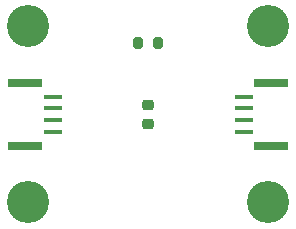
<source format=gbr>
%TF.GenerationSoftware,KiCad,Pcbnew,7.0.2-6a45011f42~172~ubuntu22.04.1*%
%TF.CreationDate,2023-09-05T11:02:04-07:00*%
%TF.ProjectId,basic_led,62617369-635f-46c6-9564-2e6b69636164,rev?*%
%TF.SameCoordinates,Original*%
%TF.FileFunction,Soldermask,Top*%
%TF.FilePolarity,Negative*%
%FSLAX46Y46*%
G04 Gerber Fmt 4.6, Leading zero omitted, Abs format (unit mm)*
G04 Created by KiCad (PCBNEW 7.0.2-6a45011f42~172~ubuntu22.04.1) date 2023-09-05 11:02:04*
%MOMM*%
%LPD*%
G01*
G04 APERTURE LIST*
G04 Aperture macros list*
%AMRoundRect*
0 Rectangle with rounded corners*
0 $1 Rounding radius*
0 $2 $3 $4 $5 $6 $7 $8 $9 X,Y pos of 4 corners*
0 Add a 4 corners polygon primitive as box body*
4,1,4,$2,$3,$4,$5,$6,$7,$8,$9,$2,$3,0*
0 Add four circle primitives for the rounded corners*
1,1,$1+$1,$2,$3*
1,1,$1+$1,$4,$5*
1,1,$1+$1,$6,$7*
1,1,$1+$1,$8,$9*
0 Add four rect primitives between the rounded corners*
20,1,$1+$1,$2,$3,$4,$5,0*
20,1,$1+$1,$4,$5,$6,$7,0*
20,1,$1+$1,$6,$7,$8,$9,0*
20,1,$1+$1,$8,$9,$2,$3,0*%
G04 Aperture macros list end*
%ADD10C,3.570000*%
%ADD11RoundRect,0.218750X-0.256250X0.218750X-0.256250X-0.218750X0.256250X-0.218750X0.256250X0.218750X0*%
%ADD12R,3.000000X0.800000*%
%ADD13R,1.600000X0.400000*%
%ADD14RoundRect,0.200000X0.200000X0.275000X-0.200000X0.275000X-0.200000X-0.275000X0.200000X-0.275000X0*%
G04 APERTURE END LIST*
D10*
%TO.C,M1*%
X52540000Y-52540000D03*
%TD*%
%TO.C,M2*%
X72860000Y-52540000D03*
%TD*%
%TO.C,M3*%
X72860000Y-67460000D03*
%TD*%
%TO.C,M4*%
X52540000Y-67460000D03*
%TD*%
D11*
%TO.C,D1*%
X62700000Y-59212500D03*
X62700000Y-60787500D03*
%TD*%
D12*
%TO.C,J1*%
X52300000Y-62650000D03*
X52300000Y-57350000D03*
D13*
X54625000Y-58500000D03*
X54625000Y-59500000D03*
X54625000Y-60500000D03*
X54625000Y-61500000D03*
%TD*%
D12*
%TO.C,J2*%
X73100000Y-57350000D03*
X73100000Y-62650000D03*
D13*
X70775000Y-61500000D03*
X70775000Y-60500000D03*
X70775000Y-59500000D03*
X70775000Y-58500000D03*
%TD*%
D14*
%TO.C,R1*%
X63525000Y-54000000D03*
X61875000Y-54000000D03*
%TD*%
M02*

</source>
